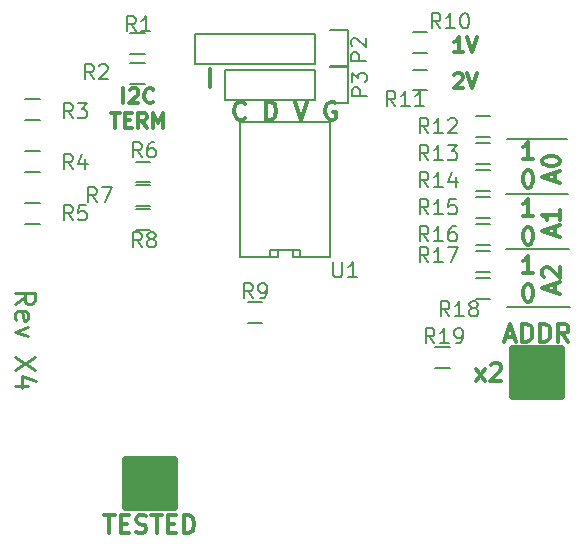
<source format=gto>
G04 #@! TF.FileFunction,Legend,Top*
%FSLAX46Y46*%
G04 Gerber Fmt 4.6, Leading zero omitted, Abs format (unit mm)*
G04 Created by KiCad (PCBNEW (after 2015-mar-04 BZR unknown)-product) date 7/18/2015 1:21:16 PM*
%MOMM*%
G01*
G04 APERTURE LIST*
%ADD10C,0.150000*%
%ADD11C,0.300000*%
%ADD12C,0.200000*%
%ADD13C,0.222250*%
%ADD14C,0.650000*%
%ADD15C,0.304800*%
G04 APERTURE END LIST*
D10*
D11*
X113030000Y-74846571D02*
X113030000Y-73346571D01*
X115987144Y-77497714D02*
X115915715Y-77569143D01*
X115701429Y-77640571D01*
X115558572Y-77640571D01*
X115344287Y-77569143D01*
X115201429Y-77426286D01*
X115130001Y-77283429D01*
X115058572Y-76997714D01*
X115058572Y-76783429D01*
X115130001Y-76497714D01*
X115201429Y-76354857D01*
X115344287Y-76212000D01*
X115558572Y-76140571D01*
X115701429Y-76140571D01*
X115915715Y-76212000D01*
X115987144Y-76283429D01*
X117772858Y-77640571D02*
X117772858Y-76140571D01*
X118130001Y-76140571D01*
X118344286Y-76212000D01*
X118487144Y-76354857D01*
X118558572Y-76497714D01*
X118630001Y-76783429D01*
X118630001Y-76997714D01*
X118558572Y-77283429D01*
X118487144Y-77426286D01*
X118344286Y-77569143D01*
X118130001Y-77640571D01*
X117772858Y-77640571D01*
X120201429Y-76140571D02*
X120701429Y-77640571D01*
X121201429Y-76140571D01*
X123630000Y-76212000D02*
X123487143Y-76140571D01*
X123272857Y-76140571D01*
X123058572Y-76212000D01*
X122915714Y-76354857D01*
X122844286Y-76497714D01*
X122772857Y-76783429D01*
X122772857Y-76997714D01*
X122844286Y-77283429D01*
X122915714Y-77426286D01*
X123058572Y-77569143D01*
X123272857Y-77640571D01*
X123415714Y-77640571D01*
X123630000Y-77569143D01*
X123701429Y-77497714D01*
X123701429Y-76997714D01*
X123415714Y-76997714D01*
X135544858Y-99738571D02*
X136330572Y-98738571D01*
X135544858Y-98738571D02*
X136330572Y-99738571D01*
X136830572Y-98381429D02*
X136902001Y-98310000D01*
X137044858Y-98238571D01*
X137402001Y-98238571D01*
X137544858Y-98310000D01*
X137616287Y-98381429D01*
X137687715Y-98524286D01*
X137687715Y-98667143D01*
X137616287Y-98881429D01*
X136759144Y-99738571D01*
X137687715Y-99738571D01*
D12*
X138176000Y-93472000D02*
X143510000Y-93472000D01*
D11*
X105694238Y-76243524D02*
X105694238Y-74973524D01*
X106238524Y-75094476D02*
X106299000Y-75034000D01*
X106419952Y-74973524D01*
X106722333Y-74973524D01*
X106843286Y-75034000D01*
X106903762Y-75094476D01*
X106964238Y-75215429D01*
X106964238Y-75336381D01*
X106903762Y-75517810D01*
X106178048Y-76243524D01*
X106964238Y-76243524D01*
X108234238Y-76122571D02*
X108173762Y-76183048D01*
X107992333Y-76243524D01*
X107871381Y-76243524D01*
X107689953Y-76183048D01*
X107569000Y-76062095D01*
X107508524Y-75941143D01*
X107448048Y-75699238D01*
X107448048Y-75517810D01*
X107508524Y-75275905D01*
X107569000Y-75154952D01*
X107689953Y-75034000D01*
X107871381Y-74973524D01*
X107992333Y-74973524D01*
X108173762Y-75034000D01*
X108234238Y-75094476D01*
X104635904Y-77051524D02*
X105361619Y-77051524D01*
X104998762Y-78321524D02*
X104998762Y-77051524D01*
X105784952Y-77656286D02*
X106208285Y-77656286D01*
X106389714Y-78321524D02*
X105784952Y-78321524D01*
X105784952Y-77051524D01*
X106389714Y-77051524D01*
X107659714Y-78321524D02*
X107236381Y-77716762D01*
X106934000Y-78321524D02*
X106934000Y-77051524D01*
X107417809Y-77051524D01*
X107538762Y-77112000D01*
X107599238Y-77172476D01*
X107659714Y-77293429D01*
X107659714Y-77474857D01*
X107599238Y-77595810D01*
X107538762Y-77656286D01*
X107417809Y-77716762D01*
X106934000Y-77716762D01*
X108204000Y-78321524D02*
X108204000Y-77051524D01*
X108627333Y-77958667D01*
X109050667Y-77051524D01*
X109050667Y-78321524D01*
X134438572Y-71948524D02*
X133712858Y-71948524D01*
X134075715Y-71948524D02*
X134075715Y-70678524D01*
X133954763Y-70859952D01*
X133833810Y-70980905D01*
X133712858Y-71041381D01*
X134801429Y-70678524D02*
X135224763Y-71948524D01*
X135648096Y-70678524D01*
X133712858Y-73847476D02*
X133773334Y-73787000D01*
X133894286Y-73726524D01*
X134196667Y-73726524D01*
X134317620Y-73787000D01*
X134378096Y-73847476D01*
X134438572Y-73968429D01*
X134438572Y-74089381D01*
X134378096Y-74270810D01*
X133652382Y-74996524D01*
X134438572Y-74996524D01*
X134801429Y-73726524D02*
X135224763Y-74996524D01*
X135648096Y-73726524D01*
D12*
X138176000Y-79248000D02*
X143256000Y-79248000D01*
D11*
X140382572Y-81012571D02*
X139525429Y-81012571D01*
X139954001Y-81012571D02*
X139954001Y-79512571D01*
X139811144Y-79726857D01*
X139668286Y-79869714D01*
X139525429Y-79941143D01*
X139882572Y-81912571D02*
X140025429Y-81912571D01*
X140168286Y-81984000D01*
X140239715Y-82055429D01*
X140311144Y-82198286D01*
X140382572Y-82484000D01*
X140382572Y-82841143D01*
X140311144Y-83126857D01*
X140239715Y-83269714D01*
X140168286Y-83341143D01*
X140025429Y-83412571D01*
X139882572Y-83412571D01*
X139739715Y-83341143D01*
X139668286Y-83269714D01*
X139596858Y-83126857D01*
X139525429Y-82841143D01*
X139525429Y-82484000D01*
X139596858Y-82198286D01*
X139668286Y-82055429D01*
X139739715Y-81984000D01*
X139882572Y-81912571D01*
D12*
X138054000Y-88570000D02*
X143454000Y-88570000D01*
X138054000Y-83970000D02*
X143354000Y-83970000D01*
D11*
X142236000Y-92257428D02*
X142236000Y-91543142D01*
X142664571Y-92400285D02*
X141164571Y-91900285D01*
X142664571Y-91400285D01*
X141307429Y-90971714D02*
X141236000Y-90900285D01*
X141164571Y-90757428D01*
X141164571Y-90400285D01*
X141236000Y-90257428D01*
X141307429Y-90185999D01*
X141450286Y-90114571D01*
X141593143Y-90114571D01*
X141807429Y-90185999D01*
X142664571Y-91043142D01*
X142664571Y-90114571D01*
X142236000Y-87431428D02*
X142236000Y-86717142D01*
X142664571Y-87574285D02*
X141164571Y-87074285D01*
X142664571Y-86574285D01*
X142664571Y-85288571D02*
X142664571Y-86145714D01*
X142664571Y-85717142D02*
X141164571Y-85717142D01*
X141378857Y-85859999D01*
X141521714Y-86002857D01*
X141593143Y-86145714D01*
X142236000Y-82859428D02*
X142236000Y-82145142D01*
X142664571Y-83002285D02*
X141164571Y-82502285D01*
X142664571Y-82002285D01*
X141164571Y-81216571D02*
X141164571Y-81073714D01*
X141236000Y-80930857D01*
X141307429Y-80859428D01*
X141450286Y-80787999D01*
X141736000Y-80716571D01*
X142093143Y-80716571D01*
X142378857Y-80787999D01*
X142521714Y-80859428D01*
X142593143Y-80930857D01*
X142664571Y-81073714D01*
X142664571Y-81216571D01*
X142593143Y-81359428D01*
X142521714Y-81430857D01*
X142378857Y-81502285D01*
X142093143Y-81573714D01*
X141736000Y-81573714D01*
X141450286Y-81502285D01*
X141307429Y-81430857D01*
X141236000Y-81359428D01*
X141164571Y-81216571D01*
X140382572Y-90664571D02*
X139525429Y-90664571D01*
X139954001Y-90664571D02*
X139954001Y-89164571D01*
X139811144Y-89378857D01*
X139668286Y-89521714D01*
X139525429Y-89593143D01*
X139882572Y-91564571D02*
X140025429Y-91564571D01*
X140168286Y-91636000D01*
X140239715Y-91707429D01*
X140311144Y-91850286D01*
X140382572Y-92136000D01*
X140382572Y-92493143D01*
X140311144Y-92778857D01*
X140239715Y-92921714D01*
X140168286Y-92993143D01*
X140025429Y-93064571D01*
X139882572Y-93064571D01*
X139739715Y-92993143D01*
X139668286Y-92921714D01*
X139596858Y-92778857D01*
X139525429Y-92493143D01*
X139525429Y-92136000D01*
X139596858Y-91850286D01*
X139668286Y-91707429D01*
X139739715Y-91636000D01*
X139882572Y-91564571D01*
X140382572Y-85838571D02*
X139525429Y-85838571D01*
X139954001Y-85838571D02*
X139954001Y-84338571D01*
X139811144Y-84552857D01*
X139668286Y-84695714D01*
X139525429Y-84767143D01*
X139882572Y-86738571D02*
X140025429Y-86738571D01*
X140168286Y-86810000D01*
X140239715Y-86881429D01*
X140311144Y-87024286D01*
X140382572Y-87310000D01*
X140382572Y-87667143D01*
X140311144Y-87952857D01*
X140239715Y-88095714D01*
X140168286Y-88167143D01*
X140025429Y-88238571D01*
X139882572Y-88238571D01*
X139739715Y-88167143D01*
X139668286Y-88095714D01*
X139596858Y-87952857D01*
X139525429Y-87667143D01*
X139525429Y-87310000D01*
X139596858Y-87024286D01*
X139668286Y-86881429D01*
X139739715Y-86810000D01*
X139882572Y-86738571D01*
D13*
X96535119Y-93239167D02*
X97321310Y-92688833D01*
X96535119Y-92295738D02*
X98186119Y-92295738D01*
X98186119Y-92924691D01*
X98107500Y-93081929D01*
X98028881Y-93160548D01*
X97871643Y-93239167D01*
X97635786Y-93239167D01*
X97478548Y-93160548D01*
X97399929Y-93081929D01*
X97321310Y-92924691D01*
X97321310Y-92295738D01*
X96613738Y-94575691D02*
X96535119Y-94418453D01*
X96535119Y-94103976D01*
X96613738Y-93946738D01*
X96770976Y-93868119D01*
X97399929Y-93868119D01*
X97557167Y-93946738D01*
X97635786Y-94103976D01*
X97635786Y-94418453D01*
X97557167Y-94575691D01*
X97399929Y-94654310D01*
X97242690Y-94654310D01*
X97085452Y-93868119D01*
X97635786Y-95204643D02*
X96535119Y-95597738D01*
X97635786Y-95990834D01*
X98186119Y-97720453D02*
X96535119Y-98821120D01*
X98186119Y-98821120D02*
X96535119Y-97720453D01*
X97635786Y-100157644D02*
X96535119Y-100157644D01*
X98264738Y-99764548D02*
X97085452Y-99371453D01*
X97085452Y-100393501D01*
D10*
X130210000Y-70245000D02*
X131410000Y-70245000D01*
X131410000Y-71995000D02*
X130210000Y-71995000D01*
X130210000Y-73420000D02*
X131410000Y-73420000D01*
X131410000Y-75170000D02*
X130210000Y-75170000D01*
X123190000Y-70078000D02*
X124740000Y-70078000D01*
X124740000Y-70078000D02*
X124740000Y-73178000D01*
X124740000Y-73178000D02*
X123190000Y-73178000D01*
X121920000Y-72898000D02*
X111760000Y-72898000D01*
X111760000Y-72898000D02*
X111760000Y-70358000D01*
X111760000Y-70358000D02*
X121920000Y-70358000D01*
X121920000Y-72898000D02*
X121920000Y-70358000D01*
X135544000Y-77357000D02*
X136744000Y-77357000D01*
X136744000Y-79107000D02*
X135544000Y-79107000D01*
X135544000Y-79643000D02*
X136744000Y-79643000D01*
X136744000Y-81393000D02*
X135544000Y-81393000D01*
X135544000Y-84215000D02*
X136744000Y-84215000D01*
X136744000Y-85965000D02*
X135544000Y-85965000D01*
X135544000Y-88787000D02*
X136744000Y-88787000D01*
X136744000Y-90537000D02*
X135544000Y-90537000D01*
X107484000Y-72055000D02*
X106284000Y-72055000D01*
X106284000Y-70305000D02*
X107484000Y-70305000D01*
X107484000Y-74595000D02*
X106284000Y-74595000D01*
X106284000Y-72845000D02*
X107484000Y-72845000D01*
X97400000Y-84725000D02*
X98600000Y-84725000D01*
X98600000Y-86475000D02*
X97400000Y-86475000D01*
X97400000Y-80325000D02*
X98600000Y-80325000D01*
X98600000Y-82075000D02*
X97400000Y-82075000D01*
X97400000Y-75925000D02*
X98600000Y-75925000D01*
X98600000Y-77675000D02*
X97400000Y-77675000D01*
X107940000Y-82945000D02*
X106740000Y-82945000D01*
X106740000Y-81195000D02*
X107940000Y-81195000D01*
X107940000Y-84945000D02*
X106740000Y-84945000D01*
X106740000Y-83195000D02*
X107940000Y-83195000D01*
X107940000Y-86945000D02*
X106740000Y-86945000D01*
X106740000Y-85195000D02*
X107940000Y-85195000D01*
X117440000Y-94855000D02*
X116240000Y-94855000D01*
X116240000Y-93105000D02*
X117440000Y-93105000D01*
X132115000Y-96915000D02*
X133315000Y-96915000D01*
X133315000Y-98665000D02*
X132115000Y-98665000D01*
X136744000Y-83679000D02*
X135544000Y-83679000D01*
X135544000Y-81929000D02*
X136744000Y-81929000D01*
X136744000Y-88251000D02*
X135544000Y-88251000D01*
X135544000Y-86501000D02*
X136744000Y-86501000D01*
X136744000Y-92823000D02*
X135544000Y-92823000D01*
X135544000Y-91073000D02*
X136744000Y-91073000D01*
X120650000Y-89281000D02*
X120015000Y-89281000D01*
X120015000Y-89281000D02*
X120015000Y-88646000D01*
X120015000Y-88646000D02*
X118745000Y-88646000D01*
X118745000Y-88646000D02*
X118745000Y-89281000D01*
X118745000Y-89281000D02*
X118110000Y-89281000D01*
X115570000Y-89281000D02*
X115570000Y-77851000D01*
X115570000Y-77851000D02*
X123190000Y-77851000D01*
X123190000Y-77851000D02*
X123190000Y-89281000D01*
X123190000Y-89281000D02*
X120650000Y-89281000D01*
X120650000Y-89281000D02*
X120650000Y-88646000D01*
X120650000Y-88646000D02*
X118110000Y-88646000D01*
X118110000Y-88646000D02*
X118110000Y-89281000D01*
X118110000Y-89281000D02*
X115570000Y-89281000D01*
X121920000Y-73406000D02*
X114300000Y-73406000D01*
X121920000Y-75946000D02*
X114300000Y-75946000D01*
X124740000Y-76226000D02*
X123190000Y-76226000D01*
X114300000Y-73406000D02*
X114300000Y-75946000D01*
X121920000Y-75946000D02*
X121920000Y-73406000D01*
X123190000Y-73126000D02*
X124740000Y-73126000D01*
X124740000Y-73126000D02*
X124740000Y-76226000D01*
D14*
X105950000Y-110458000D02*
X109950000Y-110458000D01*
X109950000Y-110458000D02*
X109950000Y-106458000D01*
X109950000Y-106458000D02*
X105950000Y-106458000D01*
X105950000Y-106458000D02*
X105950000Y-110458000D01*
X105950000Y-110458000D02*
X105950000Y-109958000D01*
X105950000Y-109958000D02*
X109950000Y-109958000D01*
X109950000Y-109958000D02*
X109950000Y-109458000D01*
X109950000Y-109458000D02*
X105950000Y-109458000D01*
X105950000Y-109458000D02*
X105950000Y-108958000D01*
X105950000Y-108958000D02*
X109950000Y-108958000D01*
X109950000Y-108958000D02*
X109950000Y-108458000D01*
X109950000Y-108458000D02*
X105950000Y-108458000D01*
X105950000Y-108458000D02*
X105950000Y-107958000D01*
X105950000Y-107958000D02*
X109450000Y-107958000D01*
X109450000Y-107958000D02*
X109950000Y-107958000D01*
X109950000Y-107958000D02*
X109950000Y-107458000D01*
X109950000Y-107458000D02*
X105950000Y-107458000D01*
X105950000Y-107458000D02*
X105950000Y-106958000D01*
X105950000Y-106958000D02*
X109950000Y-106958000D01*
X138716000Y-101060000D02*
X142716000Y-101060000D01*
X142716000Y-101060000D02*
X142716000Y-97060000D01*
X142716000Y-97060000D02*
X138716000Y-97060000D01*
X138716000Y-97060000D02*
X138716000Y-101060000D01*
X138716000Y-101060000D02*
X138716000Y-100560000D01*
X138716000Y-100560000D02*
X142716000Y-100560000D01*
X142716000Y-100560000D02*
X142716000Y-100060000D01*
X142716000Y-100060000D02*
X138716000Y-100060000D01*
X138716000Y-100060000D02*
X138716000Y-99560000D01*
X138716000Y-99560000D02*
X142716000Y-99560000D01*
X142716000Y-99560000D02*
X142716000Y-99060000D01*
X142716000Y-99060000D02*
X138716000Y-99060000D01*
X138716000Y-99060000D02*
X138716000Y-98560000D01*
X138716000Y-98560000D02*
X142216000Y-98560000D01*
X142216000Y-98560000D02*
X142716000Y-98560000D01*
X142716000Y-98560000D02*
X142716000Y-98060000D01*
X142716000Y-98060000D02*
X138716000Y-98060000D01*
X138716000Y-98060000D02*
X138716000Y-97560000D01*
X138716000Y-97560000D02*
X142716000Y-97560000D01*
D10*
X132533571Y-69916524D02*
X132110238Y-69311762D01*
X131807857Y-69916524D02*
X131807857Y-68646524D01*
X132291666Y-68646524D01*
X132412619Y-68707000D01*
X132473095Y-68767476D01*
X132533571Y-68888429D01*
X132533571Y-69069857D01*
X132473095Y-69190810D01*
X132412619Y-69251286D01*
X132291666Y-69311762D01*
X131807857Y-69311762D01*
X133743095Y-69916524D02*
X133017381Y-69916524D01*
X133380238Y-69916524D02*
X133380238Y-68646524D01*
X133259286Y-68827952D01*
X133138333Y-68948905D01*
X133017381Y-69009381D01*
X134529286Y-68646524D02*
X134650238Y-68646524D01*
X134771190Y-68707000D01*
X134831667Y-68767476D01*
X134892143Y-68888429D01*
X134952619Y-69130333D01*
X134952619Y-69432714D01*
X134892143Y-69674619D01*
X134831667Y-69795571D01*
X134771190Y-69856048D01*
X134650238Y-69916524D01*
X134529286Y-69916524D01*
X134408333Y-69856048D01*
X134347857Y-69795571D01*
X134287381Y-69674619D01*
X134226905Y-69432714D01*
X134226905Y-69130333D01*
X134287381Y-68888429D01*
X134347857Y-68767476D01*
X134408333Y-68707000D01*
X134529286Y-68646524D01*
X128723571Y-76520524D02*
X128300238Y-75915762D01*
X127997857Y-76520524D02*
X127997857Y-75250524D01*
X128481666Y-75250524D01*
X128602619Y-75311000D01*
X128663095Y-75371476D01*
X128723571Y-75492429D01*
X128723571Y-75673857D01*
X128663095Y-75794810D01*
X128602619Y-75855286D01*
X128481666Y-75915762D01*
X127997857Y-75915762D01*
X129933095Y-76520524D02*
X129207381Y-76520524D01*
X129570238Y-76520524D02*
X129570238Y-75250524D01*
X129449286Y-75431952D01*
X129328333Y-75552905D01*
X129207381Y-75613381D01*
X131142619Y-76520524D02*
X130416905Y-76520524D01*
X130779762Y-76520524D02*
X130779762Y-75250524D01*
X130658810Y-75431952D01*
X130537857Y-75552905D01*
X130416905Y-75613381D01*
X126214524Y-72647381D02*
X124944524Y-72647381D01*
X124944524Y-72163572D01*
X125005000Y-72042619D01*
X125065476Y-71982143D01*
X125186429Y-71921667D01*
X125367857Y-71921667D01*
X125488810Y-71982143D01*
X125549286Y-72042619D01*
X125609762Y-72163572D01*
X125609762Y-72647381D01*
X125065476Y-71437857D02*
X125005000Y-71377381D01*
X124944524Y-71256429D01*
X124944524Y-70954048D01*
X125005000Y-70833095D01*
X125065476Y-70772619D01*
X125186429Y-70712143D01*
X125307381Y-70712143D01*
X125488810Y-70772619D01*
X126214524Y-71498333D01*
X126214524Y-70712143D01*
X131517571Y-78806524D02*
X131094238Y-78201762D01*
X130791857Y-78806524D02*
X130791857Y-77536524D01*
X131275666Y-77536524D01*
X131396619Y-77597000D01*
X131457095Y-77657476D01*
X131517571Y-77778429D01*
X131517571Y-77959857D01*
X131457095Y-78080810D01*
X131396619Y-78141286D01*
X131275666Y-78201762D01*
X130791857Y-78201762D01*
X132727095Y-78806524D02*
X132001381Y-78806524D01*
X132364238Y-78806524D02*
X132364238Y-77536524D01*
X132243286Y-77717952D01*
X132122333Y-77838905D01*
X132001381Y-77899381D01*
X133210905Y-77657476D02*
X133271381Y-77597000D01*
X133392333Y-77536524D01*
X133694714Y-77536524D01*
X133815667Y-77597000D01*
X133876143Y-77657476D01*
X133936619Y-77778429D01*
X133936619Y-77899381D01*
X133876143Y-78080810D01*
X133150429Y-78806524D01*
X133936619Y-78806524D01*
X131517571Y-81092524D02*
X131094238Y-80487762D01*
X130791857Y-81092524D02*
X130791857Y-79822524D01*
X131275666Y-79822524D01*
X131396619Y-79883000D01*
X131457095Y-79943476D01*
X131517571Y-80064429D01*
X131517571Y-80245857D01*
X131457095Y-80366810D01*
X131396619Y-80427286D01*
X131275666Y-80487762D01*
X130791857Y-80487762D01*
X132727095Y-81092524D02*
X132001381Y-81092524D01*
X132364238Y-81092524D02*
X132364238Y-79822524D01*
X132243286Y-80003952D01*
X132122333Y-80124905D01*
X132001381Y-80185381D01*
X133150429Y-79822524D02*
X133936619Y-79822524D01*
X133513286Y-80306333D01*
X133694714Y-80306333D01*
X133815667Y-80366810D01*
X133876143Y-80427286D01*
X133936619Y-80548238D01*
X133936619Y-80850619D01*
X133876143Y-80971571D01*
X133815667Y-81032048D01*
X133694714Y-81092524D01*
X133331857Y-81092524D01*
X133210905Y-81032048D01*
X133150429Y-80971571D01*
X131517571Y-85664524D02*
X131094238Y-85059762D01*
X130791857Y-85664524D02*
X130791857Y-84394524D01*
X131275666Y-84394524D01*
X131396619Y-84455000D01*
X131457095Y-84515476D01*
X131517571Y-84636429D01*
X131517571Y-84817857D01*
X131457095Y-84938810D01*
X131396619Y-84999286D01*
X131275666Y-85059762D01*
X130791857Y-85059762D01*
X132727095Y-85664524D02*
X132001381Y-85664524D01*
X132364238Y-85664524D02*
X132364238Y-84394524D01*
X132243286Y-84575952D01*
X132122333Y-84696905D01*
X132001381Y-84757381D01*
X133876143Y-84394524D02*
X133271381Y-84394524D01*
X133210905Y-84999286D01*
X133271381Y-84938810D01*
X133392333Y-84878333D01*
X133694714Y-84878333D01*
X133815667Y-84938810D01*
X133876143Y-84999286D01*
X133936619Y-85120238D01*
X133936619Y-85422619D01*
X133876143Y-85543571D01*
X133815667Y-85604048D01*
X133694714Y-85664524D01*
X133392333Y-85664524D01*
X133271381Y-85604048D01*
X133210905Y-85543571D01*
X131517571Y-89728524D02*
X131094238Y-89123762D01*
X130791857Y-89728524D02*
X130791857Y-88458524D01*
X131275666Y-88458524D01*
X131396619Y-88519000D01*
X131457095Y-88579476D01*
X131517571Y-88700429D01*
X131517571Y-88881857D01*
X131457095Y-89002810D01*
X131396619Y-89063286D01*
X131275666Y-89123762D01*
X130791857Y-89123762D01*
X132727095Y-89728524D02*
X132001381Y-89728524D01*
X132364238Y-89728524D02*
X132364238Y-88458524D01*
X132243286Y-88639952D01*
X132122333Y-88760905D01*
X132001381Y-88821381D01*
X133150429Y-88458524D02*
X133997095Y-88458524D01*
X133452810Y-89728524D01*
X106722333Y-70170524D02*
X106299000Y-69565762D01*
X105996619Y-70170524D02*
X105996619Y-68900524D01*
X106480428Y-68900524D01*
X106601381Y-68961000D01*
X106661857Y-69021476D01*
X106722333Y-69142429D01*
X106722333Y-69323857D01*
X106661857Y-69444810D01*
X106601381Y-69505286D01*
X106480428Y-69565762D01*
X105996619Y-69565762D01*
X107931857Y-70170524D02*
X107206143Y-70170524D01*
X107569000Y-70170524D02*
X107569000Y-68900524D01*
X107448048Y-69081952D01*
X107327095Y-69202905D01*
X107206143Y-69263381D01*
X103166333Y-74234524D02*
X102743000Y-73629762D01*
X102440619Y-74234524D02*
X102440619Y-72964524D01*
X102924428Y-72964524D01*
X103045381Y-73025000D01*
X103105857Y-73085476D01*
X103166333Y-73206429D01*
X103166333Y-73387857D01*
X103105857Y-73508810D01*
X103045381Y-73569286D01*
X102924428Y-73629762D01*
X102440619Y-73629762D01*
X103650143Y-73085476D02*
X103710619Y-73025000D01*
X103831571Y-72964524D01*
X104133952Y-72964524D01*
X104254905Y-73025000D01*
X104315381Y-73085476D01*
X104375857Y-73206429D01*
X104375857Y-73327381D01*
X104315381Y-73508810D01*
X103589667Y-74234524D01*
X104375857Y-74234524D01*
X101388333Y-86172524D02*
X100965000Y-85567762D01*
X100662619Y-86172524D02*
X100662619Y-84902524D01*
X101146428Y-84902524D01*
X101267381Y-84963000D01*
X101327857Y-85023476D01*
X101388333Y-85144429D01*
X101388333Y-85325857D01*
X101327857Y-85446810D01*
X101267381Y-85507286D01*
X101146428Y-85567762D01*
X100662619Y-85567762D01*
X102537381Y-84902524D02*
X101932619Y-84902524D01*
X101872143Y-85507286D01*
X101932619Y-85446810D01*
X102053571Y-85386333D01*
X102355952Y-85386333D01*
X102476905Y-85446810D01*
X102537381Y-85507286D01*
X102597857Y-85628238D01*
X102597857Y-85930619D01*
X102537381Y-86051571D01*
X102476905Y-86112048D01*
X102355952Y-86172524D01*
X102053571Y-86172524D01*
X101932619Y-86112048D01*
X101872143Y-86051571D01*
X101388333Y-81854524D02*
X100965000Y-81249762D01*
X100662619Y-81854524D02*
X100662619Y-80584524D01*
X101146428Y-80584524D01*
X101267381Y-80645000D01*
X101327857Y-80705476D01*
X101388333Y-80826429D01*
X101388333Y-81007857D01*
X101327857Y-81128810D01*
X101267381Y-81189286D01*
X101146428Y-81249762D01*
X100662619Y-81249762D01*
X102476905Y-81007857D02*
X102476905Y-81854524D01*
X102174524Y-80524048D02*
X101872143Y-81431190D01*
X102658333Y-81431190D01*
X101388333Y-77536524D02*
X100965000Y-76931762D01*
X100662619Y-77536524D02*
X100662619Y-76266524D01*
X101146428Y-76266524D01*
X101267381Y-76327000D01*
X101327857Y-76387476D01*
X101388333Y-76508429D01*
X101388333Y-76689857D01*
X101327857Y-76810810D01*
X101267381Y-76871286D01*
X101146428Y-76931762D01*
X100662619Y-76931762D01*
X101811667Y-76266524D02*
X102597857Y-76266524D01*
X102174524Y-76750333D01*
X102355952Y-76750333D01*
X102476905Y-76810810D01*
X102537381Y-76871286D01*
X102597857Y-76992238D01*
X102597857Y-77294619D01*
X102537381Y-77415571D01*
X102476905Y-77476048D01*
X102355952Y-77536524D01*
X101993095Y-77536524D01*
X101872143Y-77476048D01*
X101811667Y-77415571D01*
X107230333Y-80838524D02*
X106807000Y-80233762D01*
X106504619Y-80838524D02*
X106504619Y-79568524D01*
X106988428Y-79568524D01*
X107109381Y-79629000D01*
X107169857Y-79689476D01*
X107230333Y-79810429D01*
X107230333Y-79991857D01*
X107169857Y-80112810D01*
X107109381Y-80173286D01*
X106988428Y-80233762D01*
X106504619Y-80233762D01*
X108318905Y-79568524D02*
X108077000Y-79568524D01*
X107956048Y-79629000D01*
X107895571Y-79689476D01*
X107774619Y-79870905D01*
X107714143Y-80112810D01*
X107714143Y-80596619D01*
X107774619Y-80717571D01*
X107835095Y-80778048D01*
X107956048Y-80838524D01*
X108197952Y-80838524D01*
X108318905Y-80778048D01*
X108379381Y-80717571D01*
X108439857Y-80596619D01*
X108439857Y-80294238D01*
X108379381Y-80173286D01*
X108318905Y-80112810D01*
X108197952Y-80052333D01*
X107956048Y-80052333D01*
X107835095Y-80112810D01*
X107774619Y-80173286D01*
X107714143Y-80294238D01*
X103420333Y-84648524D02*
X102997000Y-84043762D01*
X102694619Y-84648524D02*
X102694619Y-83378524D01*
X103178428Y-83378524D01*
X103299381Y-83439000D01*
X103359857Y-83499476D01*
X103420333Y-83620429D01*
X103420333Y-83801857D01*
X103359857Y-83922810D01*
X103299381Y-83983286D01*
X103178428Y-84043762D01*
X102694619Y-84043762D01*
X103843667Y-83378524D02*
X104690333Y-83378524D01*
X104146048Y-84648524D01*
X107230333Y-88458524D02*
X106807000Y-87853762D01*
X106504619Y-88458524D02*
X106504619Y-87188524D01*
X106988428Y-87188524D01*
X107109381Y-87249000D01*
X107169857Y-87309476D01*
X107230333Y-87430429D01*
X107230333Y-87611857D01*
X107169857Y-87732810D01*
X107109381Y-87793286D01*
X106988428Y-87853762D01*
X106504619Y-87853762D01*
X107956048Y-87732810D02*
X107835095Y-87672333D01*
X107774619Y-87611857D01*
X107714143Y-87490905D01*
X107714143Y-87430429D01*
X107774619Y-87309476D01*
X107835095Y-87249000D01*
X107956048Y-87188524D01*
X108197952Y-87188524D01*
X108318905Y-87249000D01*
X108379381Y-87309476D01*
X108439857Y-87430429D01*
X108439857Y-87490905D01*
X108379381Y-87611857D01*
X108318905Y-87672333D01*
X108197952Y-87732810D01*
X107956048Y-87732810D01*
X107835095Y-87793286D01*
X107774619Y-87853762D01*
X107714143Y-87974714D01*
X107714143Y-88216619D01*
X107774619Y-88337571D01*
X107835095Y-88398048D01*
X107956048Y-88458524D01*
X108197952Y-88458524D01*
X108318905Y-88398048D01*
X108379381Y-88337571D01*
X108439857Y-88216619D01*
X108439857Y-87974714D01*
X108379381Y-87853762D01*
X108318905Y-87793286D01*
X108197952Y-87732810D01*
X116628333Y-92776524D02*
X116205000Y-92171762D01*
X115902619Y-92776524D02*
X115902619Y-91506524D01*
X116386428Y-91506524D01*
X116507381Y-91567000D01*
X116567857Y-91627476D01*
X116628333Y-91748429D01*
X116628333Y-91929857D01*
X116567857Y-92050810D01*
X116507381Y-92111286D01*
X116386428Y-92171762D01*
X115902619Y-92171762D01*
X117233095Y-92776524D02*
X117475000Y-92776524D01*
X117595952Y-92716048D01*
X117656428Y-92655571D01*
X117777381Y-92474143D01*
X117837857Y-92232238D01*
X117837857Y-91748429D01*
X117777381Y-91627476D01*
X117716905Y-91567000D01*
X117595952Y-91506524D01*
X117354048Y-91506524D01*
X117233095Y-91567000D01*
X117172619Y-91627476D01*
X117112143Y-91748429D01*
X117112143Y-92050810D01*
X117172619Y-92171762D01*
X117233095Y-92232238D01*
X117354048Y-92292714D01*
X117595952Y-92292714D01*
X117716905Y-92232238D01*
X117777381Y-92171762D01*
X117837857Y-92050810D01*
X132025571Y-96586524D02*
X131602238Y-95981762D01*
X131299857Y-96586524D02*
X131299857Y-95316524D01*
X131783666Y-95316524D01*
X131904619Y-95377000D01*
X131965095Y-95437476D01*
X132025571Y-95558429D01*
X132025571Y-95739857D01*
X131965095Y-95860810D01*
X131904619Y-95921286D01*
X131783666Y-95981762D01*
X131299857Y-95981762D01*
X133235095Y-96586524D02*
X132509381Y-96586524D01*
X132872238Y-96586524D02*
X132872238Y-95316524D01*
X132751286Y-95497952D01*
X132630333Y-95618905D01*
X132509381Y-95679381D01*
X133839857Y-96586524D02*
X134081762Y-96586524D01*
X134202714Y-96526048D01*
X134263190Y-96465571D01*
X134384143Y-96284143D01*
X134444619Y-96042238D01*
X134444619Y-95558429D01*
X134384143Y-95437476D01*
X134323667Y-95377000D01*
X134202714Y-95316524D01*
X133960810Y-95316524D01*
X133839857Y-95377000D01*
X133779381Y-95437476D01*
X133718905Y-95558429D01*
X133718905Y-95860810D01*
X133779381Y-95981762D01*
X133839857Y-96042238D01*
X133960810Y-96102714D01*
X134202714Y-96102714D01*
X134323667Y-96042238D01*
X134384143Y-95981762D01*
X134444619Y-95860810D01*
X131517571Y-83378524D02*
X131094238Y-82773762D01*
X130791857Y-83378524D02*
X130791857Y-82108524D01*
X131275666Y-82108524D01*
X131396619Y-82169000D01*
X131457095Y-82229476D01*
X131517571Y-82350429D01*
X131517571Y-82531857D01*
X131457095Y-82652810D01*
X131396619Y-82713286D01*
X131275666Y-82773762D01*
X130791857Y-82773762D01*
X132727095Y-83378524D02*
X132001381Y-83378524D01*
X132364238Y-83378524D02*
X132364238Y-82108524D01*
X132243286Y-82289952D01*
X132122333Y-82410905D01*
X132001381Y-82471381D01*
X133815667Y-82531857D02*
X133815667Y-83378524D01*
X133513286Y-82048048D02*
X133210905Y-82955190D01*
X133997095Y-82955190D01*
X131517571Y-87950524D02*
X131094238Y-87345762D01*
X130791857Y-87950524D02*
X130791857Y-86680524D01*
X131275666Y-86680524D01*
X131396619Y-86741000D01*
X131457095Y-86801476D01*
X131517571Y-86922429D01*
X131517571Y-87103857D01*
X131457095Y-87224810D01*
X131396619Y-87285286D01*
X131275666Y-87345762D01*
X130791857Y-87345762D01*
X132727095Y-87950524D02*
X132001381Y-87950524D01*
X132364238Y-87950524D02*
X132364238Y-86680524D01*
X132243286Y-86861952D01*
X132122333Y-86982905D01*
X132001381Y-87043381D01*
X133815667Y-86680524D02*
X133573762Y-86680524D01*
X133452810Y-86741000D01*
X133392333Y-86801476D01*
X133271381Y-86982905D01*
X133210905Y-87224810D01*
X133210905Y-87708619D01*
X133271381Y-87829571D01*
X133331857Y-87890048D01*
X133452810Y-87950524D01*
X133694714Y-87950524D01*
X133815667Y-87890048D01*
X133876143Y-87829571D01*
X133936619Y-87708619D01*
X133936619Y-87406238D01*
X133876143Y-87285286D01*
X133815667Y-87224810D01*
X133694714Y-87164333D01*
X133452810Y-87164333D01*
X133331857Y-87224810D01*
X133271381Y-87285286D01*
X133210905Y-87406238D01*
X133295571Y-94300524D02*
X132872238Y-93695762D01*
X132569857Y-94300524D02*
X132569857Y-93030524D01*
X133053666Y-93030524D01*
X133174619Y-93091000D01*
X133235095Y-93151476D01*
X133295571Y-93272429D01*
X133295571Y-93453857D01*
X133235095Y-93574810D01*
X133174619Y-93635286D01*
X133053666Y-93695762D01*
X132569857Y-93695762D01*
X134505095Y-94300524D02*
X133779381Y-94300524D01*
X134142238Y-94300524D02*
X134142238Y-93030524D01*
X134021286Y-93211952D01*
X133900333Y-93332905D01*
X133779381Y-93393381D01*
X135230810Y-93574810D02*
X135109857Y-93514333D01*
X135049381Y-93453857D01*
X134988905Y-93332905D01*
X134988905Y-93272429D01*
X135049381Y-93151476D01*
X135109857Y-93091000D01*
X135230810Y-93030524D01*
X135472714Y-93030524D01*
X135593667Y-93091000D01*
X135654143Y-93151476D01*
X135714619Y-93272429D01*
X135714619Y-93332905D01*
X135654143Y-93453857D01*
X135593667Y-93514333D01*
X135472714Y-93574810D01*
X135230810Y-93574810D01*
X135109857Y-93635286D01*
X135049381Y-93695762D01*
X134988905Y-93816714D01*
X134988905Y-94058619D01*
X135049381Y-94179571D01*
X135109857Y-94240048D01*
X135230810Y-94300524D01*
X135472714Y-94300524D01*
X135593667Y-94240048D01*
X135654143Y-94179571D01*
X135714619Y-94058619D01*
X135714619Y-93816714D01*
X135654143Y-93695762D01*
X135593667Y-93635286D01*
X135472714Y-93574810D01*
X123472381Y-89732524D02*
X123472381Y-90760619D01*
X123532857Y-90881571D01*
X123593333Y-90942048D01*
X123714286Y-91002524D01*
X123956190Y-91002524D01*
X124077143Y-90942048D01*
X124137619Y-90881571D01*
X124198095Y-90760619D01*
X124198095Y-89732524D01*
X125468095Y-91002524D02*
X124742381Y-91002524D01*
X125105238Y-91002524D02*
X125105238Y-89732524D01*
X124984286Y-89913952D01*
X124863333Y-90034905D01*
X124742381Y-90095381D01*
X126304524Y-75613381D02*
X125034524Y-75613381D01*
X125034524Y-75129572D01*
X125095000Y-75008619D01*
X125155476Y-74948143D01*
X125276429Y-74887667D01*
X125457857Y-74887667D01*
X125578810Y-74948143D01*
X125639286Y-75008619D01*
X125699762Y-75129572D01*
X125699762Y-75613381D01*
X125034524Y-74464333D02*
X125034524Y-73678143D01*
X125518333Y-74101476D01*
X125518333Y-73920048D01*
X125578810Y-73799095D01*
X125639286Y-73738619D01*
X125760238Y-73678143D01*
X126062619Y-73678143D01*
X126183571Y-73738619D01*
X126244048Y-73799095D01*
X126304524Y-73920048D01*
X126304524Y-74282905D01*
X126244048Y-74403857D01*
X126183571Y-74464333D01*
D15*
X104067429Y-111123429D02*
X104938286Y-111123429D01*
X104502857Y-112647429D02*
X104502857Y-111123429D01*
X105446286Y-111849143D02*
X105954286Y-111849143D01*
X106172000Y-112647429D02*
X105446286Y-112647429D01*
X105446286Y-111123429D01*
X106172000Y-111123429D01*
X106752572Y-112574857D02*
X106970286Y-112647429D01*
X107333143Y-112647429D01*
X107478286Y-112574857D01*
X107550857Y-112502286D01*
X107623429Y-112357143D01*
X107623429Y-112212000D01*
X107550857Y-112066857D01*
X107478286Y-111994286D01*
X107333143Y-111921714D01*
X107042857Y-111849143D01*
X106897715Y-111776571D01*
X106825143Y-111704000D01*
X106752572Y-111558857D01*
X106752572Y-111413714D01*
X106825143Y-111268571D01*
X106897715Y-111196000D01*
X107042857Y-111123429D01*
X107405715Y-111123429D01*
X107623429Y-111196000D01*
X108058858Y-111123429D02*
X108929715Y-111123429D01*
X108494286Y-112647429D02*
X108494286Y-111123429D01*
X109437715Y-111849143D02*
X109945715Y-111849143D01*
X110163429Y-112647429D02*
X109437715Y-112647429D01*
X109437715Y-111123429D01*
X110163429Y-111123429D01*
X110816572Y-112647429D02*
X110816572Y-111123429D01*
X111179429Y-111123429D01*
X111397144Y-111196000D01*
X111542286Y-111341143D01*
X111614858Y-111486286D01*
X111687429Y-111776571D01*
X111687429Y-111994286D01*
X111614858Y-112284571D01*
X111542286Y-112429714D01*
X111397144Y-112574857D01*
X111179429Y-112647429D01*
X110816572Y-112647429D01*
X138067143Y-96012000D02*
X138792857Y-96012000D01*
X137922000Y-96447429D02*
X138430000Y-94923429D01*
X138938000Y-96447429D01*
X139446000Y-96447429D02*
X139446000Y-94923429D01*
X139808857Y-94923429D01*
X140026572Y-94996000D01*
X140171714Y-95141143D01*
X140244286Y-95286286D01*
X140316857Y-95576571D01*
X140316857Y-95794286D01*
X140244286Y-96084571D01*
X140171714Y-96229714D01*
X140026572Y-96374857D01*
X139808857Y-96447429D01*
X139446000Y-96447429D01*
X140970000Y-96447429D02*
X140970000Y-94923429D01*
X141332857Y-94923429D01*
X141550572Y-94996000D01*
X141695714Y-95141143D01*
X141768286Y-95286286D01*
X141840857Y-95576571D01*
X141840857Y-95794286D01*
X141768286Y-96084571D01*
X141695714Y-96229714D01*
X141550572Y-96374857D01*
X141332857Y-96447429D01*
X140970000Y-96447429D01*
X143364857Y-96447429D02*
X142856857Y-95721714D01*
X142494000Y-96447429D02*
X142494000Y-94923429D01*
X143074572Y-94923429D01*
X143219714Y-94996000D01*
X143292286Y-95068571D01*
X143364857Y-95213714D01*
X143364857Y-95431429D01*
X143292286Y-95576571D01*
X143219714Y-95649143D01*
X143074572Y-95721714D01*
X142494000Y-95721714D01*
M02*

</source>
